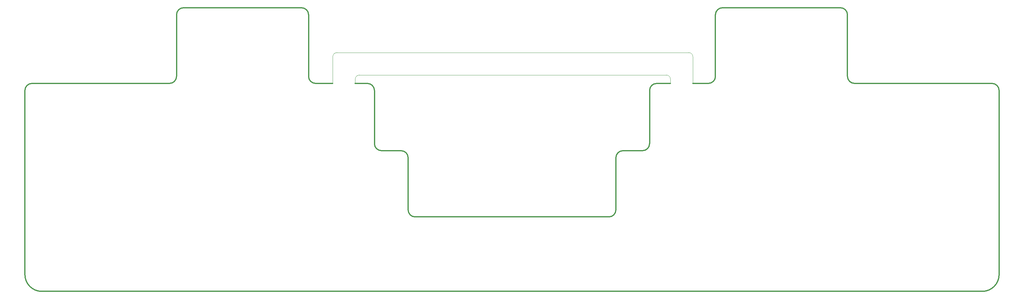
<source format=gm1>
G04 #@! TF.GenerationSoftware,KiCad,Pcbnew,8.0.5*
G04 #@! TF.CreationDate,2024-09-18T07:38:04+09:00*
G04 #@! TF.ProjectId,SandyLP_Plate_Base,53616e64-794c-4505-9f50-6c6174655f42,v.0*
G04 #@! TF.SameCoordinates,Original*
G04 #@! TF.FileFunction,Profile,NP*
%FSLAX46Y46*%
G04 Gerber Fmt 4.6, Leading zero omitted, Abs format (unit mm)*
G04 Created by KiCad (PCBNEW 8.0.5) date 2024-09-18 07:38:04*
%MOMM*%
%LPD*%
G01*
G04 APERTURE LIST*
G04 #@! TA.AperFunction,Profile*
%ADD10C,0.300000*%
G04 #@! TD*
G04 #@! TA.AperFunction,Profile*
%ADD11C,0.120000*%
G04 #@! TD*
G04 #@! TA.AperFunction,Profile*
%ADD12C,0.100000*%
G04 #@! TD*
G04 APERTURE END LIST*
D10*
X22234845Y-110094030D02*
X22234845Y-57975280D01*
X24234845Y-55975280D02*
X63109845Y-55975280D01*
X65109845Y-36544030D02*
X65109845Y-53975280D01*
X67109845Y-34544030D02*
X100447345Y-34544030D01*
X102447345Y-36544030D02*
X102447345Y-53975280D01*
X104447345Y-55975280D02*
X109287899Y-55975277D01*
D11*
X109287899Y-48434655D02*
X109287899Y-55975277D01*
X115637896Y-54784655D02*
X115637899Y-55975280D01*
D10*
X115637899Y-55975280D02*
X119069220Y-55975280D01*
D11*
X116828524Y-53594027D02*
X203584921Y-53594030D01*
D10*
X121069220Y-57975280D02*
X121069220Y-73025280D01*
X123069220Y-75025280D02*
X128594220Y-75025280D01*
X130594220Y-77025280D02*
X130594220Y-91775320D01*
X187350470Y-93775320D02*
X132594220Y-93775320D01*
X189350470Y-77025280D02*
X189350470Y-91775320D01*
X196875470Y-75025280D02*
X191350470Y-75025280D01*
X198875470Y-57975280D02*
X198875470Y-73025280D01*
D11*
X204775546Y-54784655D02*
X204775546Y-55975280D01*
D10*
X204775546Y-55975280D02*
X200875470Y-55975280D01*
D11*
X209934921Y-47244030D02*
X110478524Y-47244030D01*
D12*
X211125546Y-55975280D02*
X211125546Y-48434655D01*
D10*
X215497345Y-55975280D02*
X211125546Y-55975280D01*
X217497345Y-36544030D02*
X217497345Y-53975280D01*
X252834845Y-34544030D02*
X219497345Y-34544030D01*
X254834845Y-36544030D02*
X254834845Y-53975280D01*
X292947345Y-114856530D02*
X26997345Y-114856530D01*
X295709845Y-55975280D02*
X256834845Y-55975280D01*
X297709845Y-57975280D02*
X297709845Y-110094030D01*
X22234845Y-57975280D02*
G75*
G02*
X24234845Y-55975280I2000000J0D01*
G01*
X26997345Y-114856530D02*
G75*
G02*
X22234845Y-110094030I-10J4762490D01*
G01*
X65109845Y-36544030D02*
G75*
G02*
X67109845Y-34544020I2000000J10D01*
G01*
X65109845Y-53975280D02*
G75*
G02*
X63109845Y-55975280I-2000000J0D01*
G01*
X100447345Y-34544030D02*
G75*
G02*
X102447335Y-36544030I100J-1999890D01*
G01*
X104447345Y-55975280D02*
G75*
G02*
X102447285Y-53975280I0J2000060D01*
G01*
D11*
X109287899Y-48434655D02*
G75*
G02*
X110478524Y-47244074I1190446J135D01*
G01*
X115637896Y-54784655D02*
G75*
G02*
X116828524Y-53594071I1190449J135D01*
G01*
D10*
X119069220Y-55975280D02*
G75*
G02*
X121069185Y-57975280I25J-1999940D01*
G01*
X123069220Y-75025280D02*
G75*
G02*
X121069185Y-73025280I25J2000060D01*
G01*
X128594220Y-75025280D02*
G75*
G02*
X130594185Y-77025280I25J-1999940D01*
G01*
X132594220Y-93775320D02*
G75*
G02*
X130594245Y-91775320I25J2000000D01*
G01*
X189350470Y-77025280D02*
G75*
G02*
X191350470Y-75025245I2000075J-40D01*
G01*
X189350470Y-91775320D02*
G75*
G02*
X187350470Y-93775345I-2000025J0D01*
G01*
X198875470Y-57975280D02*
G75*
G02*
X200875470Y-55975245I2000075J-40D01*
G01*
X198875470Y-73025280D02*
G75*
G02*
X196875470Y-75025245I-1999925J-40D01*
G01*
D11*
X203584921Y-53594030D02*
G75*
G02*
X204775535Y-54784655I-76J-1190690D01*
G01*
X209934921Y-47244030D02*
G75*
G02*
X211125535Y-48434655I24J-1190590D01*
G01*
D10*
X217497345Y-36544030D02*
G75*
G02*
X219497345Y-34544020I2000100J-90D01*
G01*
X217497345Y-53975280D02*
G75*
G02*
X215497345Y-55975220I-1999900J-40D01*
G01*
X252834845Y-34544030D02*
G75*
G02*
X254834835Y-36544030I0J-1999990D01*
G01*
X256834845Y-55975280D02*
G75*
G02*
X254834885Y-53975280I0J1999960D01*
G01*
X295709845Y-55975280D02*
G75*
G02*
X297709785Y-57975280I0J-1999940D01*
G01*
X297709845Y-110094030D02*
G75*
G02*
X292947345Y-114856520I-4762500J10D01*
G01*
M02*

</source>
